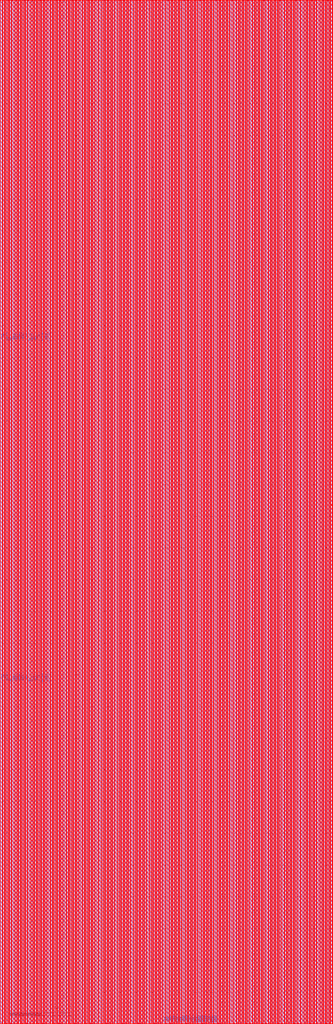
<source format=lef>
# Generated by FakeRAM 2.0
VERSION 5.7 ;
BUSBITCHARS "[]" ;
PROPERTYDEFINITIONS
  MACRO width INTEGER ;
  MACRO depth INTEGER ;
  MACRO banks INTEGER ;
END PROPERTYDEFINITIONS
MACRO fakeram_32x1024_2r1w
  PROPERTY width 32 ;
  PROPERTY depth 1024 ;
  PROPERTY banks 1 ;
  FOREIGN fakeram_32x1024_2r1w 0 0 ;
  SYMMETRY X Y R90 ;
  SIZE 210.280 BY 645.470 ;
  CLASS BLOCK ;
  PIN r0_addr_in[0]
    DIRECTION INPUT ;
    USE SIGNAL ;
    SHAPE ABUTMENT ;
    PORT
      LAYER metal3 ;
      RECT 0.000 214.200 0.070 214.270 ;
    END
  END r0_addr_in[0]
  PIN r0_addr_in[1]
    DIRECTION INPUT ;
    USE SIGNAL ;
    SHAPE ABUTMENT ;
    PORT
      LAYER metal3 ;
      RECT 0.000 214.340 0.070 214.410 ;
    END
  END r0_addr_in[1]
  PIN r0_addr_in[2]
    DIRECTION INPUT ;
    USE SIGNAL ;
    SHAPE ABUTMENT ;
    PORT
      LAYER metal3 ;
      RECT 0.000 214.480 0.070 214.550 ;
    END
  END r0_addr_in[2]
  PIN r0_addr_in[3]
    DIRECTION INPUT ;
    USE SIGNAL ;
    SHAPE ABUTMENT ;
    PORT
      LAYER metal3 ;
      RECT 0.000 214.620 0.070 214.690 ;
    END
  END r0_addr_in[3]
  PIN r0_addr_in[4]
    DIRECTION INPUT ;
    USE SIGNAL ;
    SHAPE ABUTMENT ;
    PORT
      LAYER metal3 ;
      RECT 0.000 214.760 0.070 214.830 ;
    END
  END r0_addr_in[4]
  PIN r0_addr_in[5]
    DIRECTION INPUT ;
    USE SIGNAL ;
    SHAPE ABUTMENT ;
    PORT
      LAYER metal3 ;
      RECT 0.000 214.900 0.070 214.970 ;
    END
  END r0_addr_in[5]
  PIN r0_addr_in[6]
    DIRECTION INPUT ;
    USE SIGNAL ;
    SHAPE ABUTMENT ;
    PORT
      LAYER metal3 ;
      RECT 0.000 215.040 0.070 215.110 ;
    END
  END r0_addr_in[6]
  PIN r0_addr_in[7]
    DIRECTION INPUT ;
    USE SIGNAL ;
    SHAPE ABUTMENT ;
    PORT
      LAYER metal3 ;
      RECT 0.000 215.180 0.070 215.250 ;
    END
  END r0_addr_in[7]
  PIN r0_addr_in[8]
    DIRECTION INPUT ;
    USE SIGNAL ;
    SHAPE ABUTMENT ;
    PORT
      LAYER metal3 ;
      RECT 0.000 215.320 0.070 215.390 ;
    END
  END r0_addr_in[8]
  PIN r0_addr_in[9]
    DIRECTION INPUT ;
    USE SIGNAL ;
    SHAPE ABUTMENT ;
    PORT
      LAYER metal3 ;
      RECT 0.000 215.460 0.070 215.530 ;
    END
  END r0_addr_in[9]
  PIN r0_ce_in
    DIRECTION INPUT ;
    USE SIGNAL ;
    SHAPE ABUTMENT ;
    PORT
      LAYER metal3 ;
      RECT 0.000 215.740 0.070 215.810 ;
    END
  END r0_ce_in
  PIN r0_clk
    DIRECTION INPUT ;
    USE SIGNAL ;
    SHAPE ABUTMENT ;
    PORT
      LAYER metal3 ;
      RECT 0.000 215.880 0.070 215.950 ;
    END
  END r0_clk
  PIN r0_rd_out[0]
    DIRECTION OUTPUT ;
    USE SIGNAL ;
    SHAPE ABUTMENT ;
    PORT
      LAYER metal3 ;
      RECT 67.725 645.400 67.795 645.470 ;
    END
  END r0_rd_out[0]
  PIN r0_rd_out[1]
    DIRECTION OUTPUT ;
    USE SIGNAL ;
    SHAPE ABUTMENT ;
    PORT
      LAYER metal3 ;
      RECT 67.865 645.400 67.935 645.470 ;
    END
  END r0_rd_out[1]
  PIN r0_rd_out[2]
    DIRECTION OUTPUT ;
    USE SIGNAL ;
    SHAPE ABUTMENT ;
    PORT
      LAYER metal3 ;
      RECT 68.005 645.400 68.075 645.470 ;
    END
  END r0_rd_out[2]
  PIN r0_rd_out[3]
    DIRECTION OUTPUT ;
    USE SIGNAL ;
    SHAPE ABUTMENT ;
    PORT
      LAYER metal3 ;
      RECT 68.145 645.400 68.215 645.470 ;
    END
  END r0_rd_out[3]
  PIN r0_rd_out[4]
    DIRECTION OUTPUT ;
    USE SIGNAL ;
    SHAPE ABUTMENT ;
    PORT
      LAYER metal3 ;
      RECT 68.285 645.400 68.355 645.470 ;
    END
  END r0_rd_out[4]
  PIN r0_rd_out[5]
    DIRECTION OUTPUT ;
    USE SIGNAL ;
    SHAPE ABUTMENT ;
    PORT
      LAYER metal3 ;
      RECT 68.425 645.400 68.495 645.470 ;
    END
  END r0_rd_out[5]
  PIN r0_rd_out[6]
    DIRECTION OUTPUT ;
    USE SIGNAL ;
    SHAPE ABUTMENT ;
    PORT
      LAYER metal3 ;
      RECT 68.565 645.400 68.635 645.470 ;
    END
  END r0_rd_out[6]
  PIN r0_rd_out[7]
    DIRECTION OUTPUT ;
    USE SIGNAL ;
    SHAPE ABUTMENT ;
    PORT
      LAYER metal3 ;
      RECT 68.705 645.400 68.775 645.470 ;
    END
  END r0_rd_out[7]
  PIN r0_rd_out[8]
    DIRECTION OUTPUT ;
    USE SIGNAL ;
    SHAPE ABUTMENT ;
    PORT
      LAYER metal3 ;
      RECT 68.845 645.400 68.915 645.470 ;
    END
  END r0_rd_out[8]
  PIN r0_rd_out[9]
    DIRECTION OUTPUT ;
    USE SIGNAL ;
    SHAPE ABUTMENT ;
    PORT
      LAYER metal3 ;
      RECT 68.985 645.400 69.055 645.470 ;
    END
  END r0_rd_out[9]
  PIN r0_rd_out[10]
    DIRECTION OUTPUT ;
    USE SIGNAL ;
    SHAPE ABUTMENT ;
    PORT
      LAYER metal3 ;
      RECT 69.125 645.400 69.195 645.470 ;
    END
  END r0_rd_out[10]
  PIN r0_rd_out[11]
    DIRECTION OUTPUT ;
    USE SIGNAL ;
    SHAPE ABUTMENT ;
    PORT
      LAYER metal3 ;
      RECT 69.265 645.400 69.335 645.470 ;
    END
  END r0_rd_out[11]
  PIN r0_rd_out[12]
    DIRECTION OUTPUT ;
    USE SIGNAL ;
    SHAPE ABUTMENT ;
    PORT
      LAYER metal3 ;
      RECT 69.405 645.400 69.475 645.470 ;
    END
  END r0_rd_out[12]
  PIN r0_rd_out[13]
    DIRECTION OUTPUT ;
    USE SIGNAL ;
    SHAPE ABUTMENT ;
    PORT
      LAYER metal3 ;
      RECT 69.545 645.400 69.615 645.470 ;
    END
  END r0_rd_out[13]
  PIN r0_rd_out[14]
    DIRECTION OUTPUT ;
    USE SIGNAL ;
    SHAPE ABUTMENT ;
    PORT
      LAYER metal3 ;
      RECT 69.685 645.400 69.755 645.470 ;
    END
  END r0_rd_out[14]
  PIN r0_rd_out[15]
    DIRECTION OUTPUT ;
    USE SIGNAL ;
    SHAPE ABUTMENT ;
    PORT
      LAYER metal3 ;
      RECT 69.825 645.400 69.895 645.470 ;
    END
  END r0_rd_out[15]
  PIN r0_rd_out[16]
    DIRECTION OUTPUT ;
    USE SIGNAL ;
    SHAPE ABUTMENT ;
    PORT
      LAYER metal3 ;
      RECT 69.965 645.400 70.035 645.470 ;
    END
  END r0_rd_out[16]
  PIN r0_rd_out[17]
    DIRECTION OUTPUT ;
    USE SIGNAL ;
    SHAPE ABUTMENT ;
    PORT
      LAYER metal3 ;
      RECT 70.105 645.400 70.175 645.470 ;
    END
  END r0_rd_out[17]
  PIN r0_rd_out[18]
    DIRECTION OUTPUT ;
    USE SIGNAL ;
    SHAPE ABUTMENT ;
    PORT
      LAYER metal3 ;
      RECT 70.245 645.400 70.315 645.470 ;
    END
  END r0_rd_out[18]
  PIN r0_rd_out[19]
    DIRECTION OUTPUT ;
    USE SIGNAL ;
    SHAPE ABUTMENT ;
    PORT
      LAYER metal3 ;
      RECT 70.385 645.400 70.455 645.470 ;
    END
  END r0_rd_out[19]
  PIN r0_rd_out[20]
    DIRECTION OUTPUT ;
    USE SIGNAL ;
    SHAPE ABUTMENT ;
    PORT
      LAYER metal3 ;
      RECT 70.525 645.400 70.595 645.470 ;
    END
  END r0_rd_out[20]
  PIN r0_rd_out[21]
    DIRECTION OUTPUT ;
    USE SIGNAL ;
    SHAPE ABUTMENT ;
    PORT
      LAYER metal3 ;
      RECT 70.665 645.400 70.735 645.470 ;
    END
  END r0_rd_out[21]
  PIN r0_rd_out[22]
    DIRECTION OUTPUT ;
    USE SIGNAL ;
    SHAPE ABUTMENT ;
    PORT
      LAYER metal3 ;
      RECT 70.805 645.400 70.875 645.470 ;
    END
  END r0_rd_out[22]
  PIN r0_rd_out[23]
    DIRECTION OUTPUT ;
    USE SIGNAL ;
    SHAPE ABUTMENT ;
    PORT
      LAYER metal3 ;
      RECT 70.945 645.400 71.015 645.470 ;
    END
  END r0_rd_out[23]
  PIN r0_rd_out[24]
    DIRECTION OUTPUT ;
    USE SIGNAL ;
    SHAPE ABUTMENT ;
    PORT
      LAYER metal3 ;
      RECT 71.085 645.400 71.155 645.470 ;
    END
  END r0_rd_out[24]
  PIN r0_rd_out[25]
    DIRECTION OUTPUT ;
    USE SIGNAL ;
    SHAPE ABUTMENT ;
    PORT
      LAYER metal3 ;
      RECT 71.225 645.400 71.295 645.470 ;
    END
  END r0_rd_out[25]
  PIN r0_rd_out[26]
    DIRECTION OUTPUT ;
    USE SIGNAL ;
    SHAPE ABUTMENT ;
    PORT
      LAYER metal3 ;
      RECT 71.365 645.400 71.435 645.470 ;
    END
  END r0_rd_out[26]
  PIN r0_rd_out[27]
    DIRECTION OUTPUT ;
    USE SIGNAL ;
    SHAPE ABUTMENT ;
    PORT
      LAYER metal3 ;
      RECT 71.505 645.400 71.575 645.470 ;
    END
  END r0_rd_out[27]
  PIN r0_rd_out[28]
    DIRECTION OUTPUT ;
    USE SIGNAL ;
    SHAPE ABUTMENT ;
    PORT
      LAYER metal3 ;
      RECT 71.645 645.400 71.715 645.470 ;
    END
  END r0_rd_out[28]
  PIN r0_rd_out[29]
    DIRECTION OUTPUT ;
    USE SIGNAL ;
    SHAPE ABUTMENT ;
    PORT
      LAYER metal3 ;
      RECT 71.785 645.400 71.855 645.470 ;
    END
  END r0_rd_out[29]
  PIN r0_rd_out[30]
    DIRECTION OUTPUT ;
    USE SIGNAL ;
    SHAPE ABUTMENT ;
    PORT
      LAYER metal3 ;
      RECT 71.925 645.400 71.995 645.470 ;
    END
  END r0_rd_out[30]
  PIN r0_rd_out[31]
    DIRECTION OUTPUT ;
    USE SIGNAL ;
    SHAPE ABUTMENT ;
    PORT
      LAYER metal3 ;
      RECT 72.065 645.400 72.135 645.470 ;
    END
  END r0_rd_out[31]
  PIN r1_addr_in[0]
    DIRECTION INPUT ;
    USE SIGNAL ;
    SHAPE ABUTMENT ;
    PORT
      LAYER metal3 ;
      RECT 0.000 429.240 0.070 429.310 ;
    END
  END r1_addr_in[0]
  PIN r1_addr_in[1]
    DIRECTION INPUT ;
    USE SIGNAL ;
    SHAPE ABUTMENT ;
    PORT
      LAYER metal3 ;
      RECT 0.000 429.380 0.070 429.450 ;
    END
  END r1_addr_in[1]
  PIN r1_addr_in[2]
    DIRECTION INPUT ;
    USE SIGNAL ;
    SHAPE ABUTMENT ;
    PORT
      LAYER metal3 ;
      RECT 0.000 429.520 0.070 429.590 ;
    END
  END r1_addr_in[2]
  PIN r1_addr_in[3]
    DIRECTION INPUT ;
    USE SIGNAL ;
    SHAPE ABUTMENT ;
    PORT
      LAYER metal3 ;
      RECT 0.000 429.660 0.070 429.730 ;
    END
  END r1_addr_in[3]
  PIN r1_addr_in[4]
    DIRECTION INPUT ;
    USE SIGNAL ;
    SHAPE ABUTMENT ;
    PORT
      LAYER metal3 ;
      RECT 0.000 429.800 0.070 429.870 ;
    END
  END r1_addr_in[4]
  PIN r1_addr_in[5]
    DIRECTION INPUT ;
    USE SIGNAL ;
    SHAPE ABUTMENT ;
    PORT
      LAYER metal3 ;
      RECT 0.000 429.940 0.070 430.010 ;
    END
  END r1_addr_in[5]
  PIN r1_addr_in[6]
    DIRECTION INPUT ;
    USE SIGNAL ;
    SHAPE ABUTMENT ;
    PORT
      LAYER metal3 ;
      RECT 0.000 430.080 0.070 430.150 ;
    END
  END r1_addr_in[6]
  PIN r1_addr_in[7]
    DIRECTION INPUT ;
    USE SIGNAL ;
    SHAPE ABUTMENT ;
    PORT
      LAYER metal3 ;
      RECT 0.000 430.220 0.070 430.290 ;
    END
  END r1_addr_in[7]
  PIN r1_addr_in[8]
    DIRECTION INPUT ;
    USE SIGNAL ;
    SHAPE ABUTMENT ;
    PORT
      LAYER metal3 ;
      RECT 0.000 430.360 0.070 430.430 ;
    END
  END r1_addr_in[8]
  PIN r1_addr_in[9]
    DIRECTION INPUT ;
    USE SIGNAL ;
    SHAPE ABUTMENT ;
    PORT
      LAYER metal3 ;
      RECT 0.000 430.500 0.070 430.570 ;
    END
  END r1_addr_in[9]
  PIN r1_ce_in
    DIRECTION INPUT ;
    USE SIGNAL ;
    SHAPE ABUTMENT ;
    PORT
      LAYER metal3 ;
      RECT 0.000 430.780 0.070 430.850 ;
    END
  END r1_ce_in
  PIN r1_clk
    DIRECTION INPUT ;
    USE SIGNAL ;
    SHAPE ABUTMENT ;
    PORT
      LAYER metal3 ;
      RECT 0.000 430.920 0.070 430.990 ;
    END
  END r1_clk
  PIN r1_rd_out[0]
    DIRECTION OUTPUT ;
    USE SIGNAL ;
    SHAPE ABUTMENT ;
    PORT
      LAYER metal3 ;
      RECT 137.725 645.400 137.795 645.470 ;
    END
  END r1_rd_out[0]
  PIN r1_rd_out[1]
    DIRECTION OUTPUT ;
    USE SIGNAL ;
    SHAPE ABUTMENT ;
    PORT
      LAYER metal3 ;
      RECT 137.865 645.400 137.935 645.470 ;
    END
  END r1_rd_out[1]
  PIN r1_rd_out[2]
    DIRECTION OUTPUT ;
    USE SIGNAL ;
    SHAPE ABUTMENT ;
    PORT
      LAYER metal3 ;
      RECT 138.005 645.400 138.075 645.470 ;
    END
  END r1_rd_out[2]
  PIN r1_rd_out[3]
    DIRECTION OUTPUT ;
    USE SIGNAL ;
    SHAPE ABUTMENT ;
    PORT
      LAYER metal3 ;
      RECT 138.145 645.400 138.215 645.470 ;
    END
  END r1_rd_out[3]
  PIN r1_rd_out[4]
    DIRECTION OUTPUT ;
    USE SIGNAL ;
    SHAPE ABUTMENT ;
    PORT
      LAYER metal3 ;
      RECT 138.285 645.400 138.355 645.470 ;
    END
  END r1_rd_out[4]
  PIN r1_rd_out[5]
    DIRECTION OUTPUT ;
    USE SIGNAL ;
    SHAPE ABUTMENT ;
    PORT
      LAYER metal3 ;
      RECT 138.425 645.400 138.495 645.470 ;
    END
  END r1_rd_out[5]
  PIN r1_rd_out[6]
    DIRECTION OUTPUT ;
    USE SIGNAL ;
    SHAPE ABUTMENT ;
    PORT
      LAYER metal3 ;
      RECT 138.565 645.400 138.635 645.470 ;
    END
  END r1_rd_out[6]
  PIN r1_rd_out[7]
    DIRECTION OUTPUT ;
    USE SIGNAL ;
    SHAPE ABUTMENT ;
    PORT
      LAYER metal3 ;
      RECT 138.705 645.400 138.775 645.470 ;
    END
  END r1_rd_out[7]
  PIN r1_rd_out[8]
    DIRECTION OUTPUT ;
    USE SIGNAL ;
    SHAPE ABUTMENT ;
    PORT
      LAYER metal3 ;
      RECT 138.845 645.400 138.915 645.470 ;
    END
  END r1_rd_out[8]
  PIN r1_rd_out[9]
    DIRECTION OUTPUT ;
    USE SIGNAL ;
    SHAPE ABUTMENT ;
    PORT
      LAYER metal3 ;
      RECT 138.985 645.400 139.055 645.470 ;
    END
  END r1_rd_out[9]
  PIN r1_rd_out[10]
    DIRECTION OUTPUT ;
    USE SIGNAL ;
    SHAPE ABUTMENT ;
    PORT
      LAYER metal3 ;
      RECT 139.125 645.400 139.195 645.470 ;
    END
  END r1_rd_out[10]
  PIN r1_rd_out[11]
    DIRECTION OUTPUT ;
    USE SIGNAL ;
    SHAPE ABUTMENT ;
    PORT
      LAYER metal3 ;
      RECT 139.265 645.400 139.335 645.470 ;
    END
  END r1_rd_out[11]
  PIN r1_rd_out[12]
    DIRECTION OUTPUT ;
    USE SIGNAL ;
    SHAPE ABUTMENT ;
    PORT
      LAYER metal3 ;
      RECT 139.405 645.400 139.475 645.470 ;
    END
  END r1_rd_out[12]
  PIN r1_rd_out[13]
    DIRECTION OUTPUT ;
    USE SIGNAL ;
    SHAPE ABUTMENT ;
    PORT
      LAYER metal3 ;
      RECT 139.545 645.400 139.615 645.470 ;
    END
  END r1_rd_out[13]
  PIN r1_rd_out[14]
    DIRECTION OUTPUT ;
    USE SIGNAL ;
    SHAPE ABUTMENT ;
    PORT
      LAYER metal3 ;
      RECT 139.685 645.400 139.755 645.470 ;
    END
  END r1_rd_out[14]
  PIN r1_rd_out[15]
    DIRECTION OUTPUT ;
    USE SIGNAL ;
    SHAPE ABUTMENT ;
    PORT
      LAYER metal3 ;
      RECT 139.825 645.400 139.895 645.470 ;
    END
  END r1_rd_out[15]
  PIN r1_rd_out[16]
    DIRECTION OUTPUT ;
    USE SIGNAL ;
    SHAPE ABUTMENT ;
    PORT
      LAYER metal3 ;
      RECT 139.965 645.400 140.035 645.470 ;
    END
  END r1_rd_out[16]
  PIN r1_rd_out[17]
    DIRECTION OUTPUT ;
    USE SIGNAL ;
    SHAPE ABUTMENT ;
    PORT
      LAYER metal3 ;
      RECT 140.105 645.400 140.175 645.470 ;
    END
  END r1_rd_out[17]
  PIN r1_rd_out[18]
    DIRECTION OUTPUT ;
    USE SIGNAL ;
    SHAPE ABUTMENT ;
    PORT
      LAYER metal3 ;
      RECT 140.245 645.400 140.315 645.470 ;
    END
  END r1_rd_out[18]
  PIN r1_rd_out[19]
    DIRECTION OUTPUT ;
    USE SIGNAL ;
    SHAPE ABUTMENT ;
    PORT
      LAYER metal3 ;
      RECT 140.385 645.400 140.455 645.470 ;
    END
  END r1_rd_out[19]
  PIN r1_rd_out[20]
    DIRECTION OUTPUT ;
    USE SIGNAL ;
    SHAPE ABUTMENT ;
    PORT
      LAYER metal3 ;
      RECT 140.525 645.400 140.595 645.470 ;
    END
  END r1_rd_out[20]
  PIN r1_rd_out[21]
    DIRECTION OUTPUT ;
    USE SIGNAL ;
    SHAPE ABUTMENT ;
    PORT
      LAYER metal3 ;
      RECT 140.665 645.400 140.735 645.470 ;
    END
  END r1_rd_out[21]
  PIN r1_rd_out[22]
    DIRECTION OUTPUT ;
    USE SIGNAL ;
    SHAPE ABUTMENT ;
    PORT
      LAYER metal3 ;
      RECT 140.805 645.400 140.875 645.470 ;
    END
  END r1_rd_out[22]
  PIN r1_rd_out[23]
    DIRECTION OUTPUT ;
    USE SIGNAL ;
    SHAPE ABUTMENT ;
    PORT
      LAYER metal3 ;
      RECT 140.945 645.400 141.015 645.470 ;
    END
  END r1_rd_out[23]
  PIN r1_rd_out[24]
    DIRECTION OUTPUT ;
    USE SIGNAL ;
    SHAPE ABUTMENT ;
    PORT
      LAYER metal3 ;
      RECT 141.085 645.400 141.155 645.470 ;
    END
  END r1_rd_out[24]
  PIN r1_rd_out[25]
    DIRECTION OUTPUT ;
    USE SIGNAL ;
    SHAPE ABUTMENT ;
    PORT
      LAYER metal3 ;
      RECT 141.225 645.400 141.295 645.470 ;
    END
  END r1_rd_out[25]
  PIN r1_rd_out[26]
    DIRECTION OUTPUT ;
    USE SIGNAL ;
    SHAPE ABUTMENT ;
    PORT
      LAYER metal3 ;
      RECT 141.365 645.400 141.435 645.470 ;
    END
  END r1_rd_out[26]
  PIN r1_rd_out[27]
    DIRECTION OUTPUT ;
    USE SIGNAL ;
    SHAPE ABUTMENT ;
    PORT
      LAYER metal3 ;
      RECT 141.505 645.400 141.575 645.470 ;
    END
  END r1_rd_out[27]
  PIN r1_rd_out[28]
    DIRECTION OUTPUT ;
    USE SIGNAL ;
    SHAPE ABUTMENT ;
    PORT
      LAYER metal3 ;
      RECT 141.645 645.400 141.715 645.470 ;
    END
  END r1_rd_out[28]
  PIN r1_rd_out[29]
    DIRECTION OUTPUT ;
    USE SIGNAL ;
    SHAPE ABUTMENT ;
    PORT
      LAYER metal3 ;
      RECT 141.785 645.400 141.855 645.470 ;
    END
  END r1_rd_out[29]
  PIN r1_rd_out[30]
    DIRECTION OUTPUT ;
    USE SIGNAL ;
    SHAPE ABUTMENT ;
    PORT
      LAYER metal3 ;
      RECT 141.925 645.400 141.995 645.470 ;
    END
  END r1_rd_out[30]
  PIN r1_rd_out[31]
    DIRECTION OUTPUT ;
    USE SIGNAL ;
    SHAPE ABUTMENT ;
    PORT
      LAYER metal3 ;
      RECT 142.065 645.400 142.135 645.470 ;
    END
  END r1_rd_out[31]
  PIN w0_addr_in[0]
    DIRECTION INPUT ;
    USE SIGNAL ;
    SHAPE ABUTMENT ;
    PORT
      LAYER metal3 ;
      RECT 210.210 321.720 210.280 321.790 ;
    END
  END w0_addr_in[0]
  PIN w0_addr_in[1]
    DIRECTION INPUT ;
    USE SIGNAL ;
    SHAPE ABUTMENT ;
    PORT
      LAYER metal3 ;
      RECT 210.210 321.860 210.280 321.930 ;
    END
  END w0_addr_in[1]
  PIN w0_addr_in[2]
    DIRECTION INPUT ;
    USE SIGNAL ;
    SHAPE ABUTMENT ;
    PORT
      LAYER metal3 ;
      RECT 210.210 322.000 210.280 322.070 ;
    END
  END w0_addr_in[2]
  PIN w0_addr_in[3]
    DIRECTION INPUT ;
    USE SIGNAL ;
    SHAPE ABUTMENT ;
    PORT
      LAYER metal3 ;
      RECT 210.210 322.140 210.280 322.210 ;
    END
  END w0_addr_in[3]
  PIN w0_addr_in[4]
    DIRECTION INPUT ;
    USE SIGNAL ;
    SHAPE ABUTMENT ;
    PORT
      LAYER metal3 ;
      RECT 210.210 322.280 210.280 322.350 ;
    END
  END w0_addr_in[4]
  PIN w0_addr_in[5]
    DIRECTION INPUT ;
    USE SIGNAL ;
    SHAPE ABUTMENT ;
    PORT
      LAYER metal3 ;
      RECT 210.210 322.420 210.280 322.490 ;
    END
  END w0_addr_in[5]
  PIN w0_addr_in[6]
    DIRECTION INPUT ;
    USE SIGNAL ;
    SHAPE ABUTMENT ;
    PORT
      LAYER metal3 ;
      RECT 210.210 322.560 210.280 322.630 ;
    END
  END w0_addr_in[6]
  PIN w0_addr_in[7]
    DIRECTION INPUT ;
    USE SIGNAL ;
    SHAPE ABUTMENT ;
    PORT
      LAYER metal3 ;
      RECT 210.210 322.700 210.280 322.770 ;
    END
  END w0_addr_in[7]
  PIN w0_addr_in[8]
    DIRECTION INPUT ;
    USE SIGNAL ;
    SHAPE ABUTMENT ;
    PORT
      LAYER metal3 ;
      RECT 210.210 322.840 210.280 322.910 ;
    END
  END w0_addr_in[8]
  PIN w0_addr_in[9]
    DIRECTION INPUT ;
    USE SIGNAL ;
    SHAPE ABUTMENT ;
    PORT
      LAYER metal3 ;
      RECT 210.210 322.980 210.280 323.050 ;
    END
  END w0_addr_in[9]
  PIN w0_we_in
    DIRECTION INPUT ;
    USE SIGNAL ;
    SHAPE ABUTMENT ;
    PORT
      LAYER metal3 ;
      RECT 210.210 323.260 210.280 323.330 ;
    END
  END w0_we_in
  PIN w0_ce_in
    DIRECTION INPUT ;
    USE SIGNAL ;
    SHAPE ABUTMENT ;
    PORT
      LAYER metal3 ;
      RECT 210.210 323.400 210.280 323.470 ;
    END
  END w0_ce_in
  PIN w0_clk
    DIRECTION INPUT ;
    USE SIGNAL ;
    SHAPE ABUTMENT ;
    PORT
      LAYER metal3 ;
      RECT 210.210 323.540 210.280 323.610 ;
    END
  END w0_clk
  PIN w0_wd_in[0]
    DIRECTION INPUT ;
    USE SIGNAL ;
    SHAPE ABUTMENT ;
    PORT
      LAYER metal3 ;
      RECT 102.725 0.000 102.795 0.070 ;
    END
  END w0_wd_in[0]
  PIN w0_wd_in[1]
    DIRECTION INPUT ;
    USE SIGNAL ;
    SHAPE ABUTMENT ;
    PORT
      LAYER metal3 ;
      RECT 102.865 0.000 102.935 0.070 ;
    END
  END w0_wd_in[1]
  PIN w0_wd_in[2]
    DIRECTION INPUT ;
    USE SIGNAL ;
    SHAPE ABUTMENT ;
    PORT
      LAYER metal3 ;
      RECT 103.005 0.000 103.075 0.070 ;
    END
  END w0_wd_in[2]
  PIN w0_wd_in[3]
    DIRECTION INPUT ;
    USE SIGNAL ;
    SHAPE ABUTMENT ;
    PORT
      LAYER metal3 ;
      RECT 103.145 0.000 103.215 0.070 ;
    END
  END w0_wd_in[3]
  PIN w0_wd_in[4]
    DIRECTION INPUT ;
    USE SIGNAL ;
    SHAPE ABUTMENT ;
    PORT
      LAYER metal3 ;
      RECT 103.285 0.000 103.355 0.070 ;
    END
  END w0_wd_in[4]
  PIN w0_wd_in[5]
    DIRECTION INPUT ;
    USE SIGNAL ;
    SHAPE ABUTMENT ;
    PORT
      LAYER metal3 ;
      RECT 103.425 0.000 103.495 0.070 ;
    END
  END w0_wd_in[5]
  PIN w0_wd_in[6]
    DIRECTION INPUT ;
    USE SIGNAL ;
    SHAPE ABUTMENT ;
    PORT
      LAYER metal3 ;
      RECT 103.565 0.000 103.635 0.070 ;
    END
  END w0_wd_in[6]
  PIN w0_wd_in[7]
    DIRECTION INPUT ;
    USE SIGNAL ;
    SHAPE ABUTMENT ;
    PORT
      LAYER metal3 ;
      RECT 103.705 0.000 103.775 0.070 ;
    END
  END w0_wd_in[7]
  PIN w0_wd_in[8]
    DIRECTION INPUT ;
    USE SIGNAL ;
    SHAPE ABUTMENT ;
    PORT
      LAYER metal3 ;
      RECT 103.845 0.000 103.915 0.070 ;
    END
  END w0_wd_in[8]
  PIN w0_wd_in[9]
    DIRECTION INPUT ;
    USE SIGNAL ;
    SHAPE ABUTMENT ;
    PORT
      LAYER metal3 ;
      RECT 103.985 0.000 104.055 0.070 ;
    END
  END w0_wd_in[9]
  PIN w0_wd_in[10]
    DIRECTION INPUT ;
    USE SIGNAL ;
    SHAPE ABUTMENT ;
    PORT
      LAYER metal3 ;
      RECT 104.125 0.000 104.195 0.070 ;
    END
  END w0_wd_in[10]
  PIN w0_wd_in[11]
    DIRECTION INPUT ;
    USE SIGNAL ;
    SHAPE ABUTMENT ;
    PORT
      LAYER metal3 ;
      RECT 104.265 0.000 104.335 0.070 ;
    END
  END w0_wd_in[11]
  PIN w0_wd_in[12]
    DIRECTION INPUT ;
    USE SIGNAL ;
    SHAPE ABUTMENT ;
    PORT
      LAYER metal3 ;
      RECT 104.405 0.000 104.475 0.070 ;
    END
  END w0_wd_in[12]
  PIN w0_wd_in[13]
    DIRECTION INPUT ;
    USE SIGNAL ;
    SHAPE ABUTMENT ;
    PORT
      LAYER metal3 ;
      RECT 104.545 0.000 104.615 0.070 ;
    END
  END w0_wd_in[13]
  PIN w0_wd_in[14]
    DIRECTION INPUT ;
    USE SIGNAL ;
    SHAPE ABUTMENT ;
    PORT
      LAYER metal3 ;
      RECT 104.685 0.000 104.755 0.070 ;
    END
  END w0_wd_in[14]
  PIN w0_wd_in[15]
    DIRECTION INPUT ;
    USE SIGNAL ;
    SHAPE ABUTMENT ;
    PORT
      LAYER metal3 ;
      RECT 104.825 0.000 104.895 0.070 ;
    END
  END w0_wd_in[15]
  PIN w0_wd_in[16]
    DIRECTION INPUT ;
    USE SIGNAL ;
    SHAPE ABUTMENT ;
    PORT
      LAYER metal3 ;
      RECT 104.965 0.000 105.035 0.070 ;
    END
  END w0_wd_in[16]
  PIN w0_wd_in[17]
    DIRECTION INPUT ;
    USE SIGNAL ;
    SHAPE ABUTMENT ;
    PORT
      LAYER metal3 ;
      RECT 105.105 0.000 105.175 0.070 ;
    END
  END w0_wd_in[17]
  PIN w0_wd_in[18]
    DIRECTION INPUT ;
    USE SIGNAL ;
    SHAPE ABUTMENT ;
    PORT
      LAYER metal3 ;
      RECT 105.245 0.000 105.315 0.070 ;
    END
  END w0_wd_in[18]
  PIN w0_wd_in[19]
    DIRECTION INPUT ;
    USE SIGNAL ;
    SHAPE ABUTMENT ;
    PORT
      LAYER metal3 ;
      RECT 105.385 0.000 105.455 0.070 ;
    END
  END w0_wd_in[19]
  PIN w0_wd_in[20]
    DIRECTION INPUT ;
    USE SIGNAL ;
    SHAPE ABUTMENT ;
    PORT
      LAYER metal3 ;
      RECT 105.525 0.000 105.595 0.070 ;
    END
  END w0_wd_in[20]
  PIN w0_wd_in[21]
    DIRECTION INPUT ;
    USE SIGNAL ;
    SHAPE ABUTMENT ;
    PORT
      LAYER metal3 ;
      RECT 105.665 0.000 105.735 0.070 ;
    END
  END w0_wd_in[21]
  PIN w0_wd_in[22]
    DIRECTION INPUT ;
    USE SIGNAL ;
    SHAPE ABUTMENT ;
    PORT
      LAYER metal3 ;
      RECT 105.805 0.000 105.875 0.070 ;
    END
  END w0_wd_in[22]
  PIN w0_wd_in[23]
    DIRECTION INPUT ;
    USE SIGNAL ;
    SHAPE ABUTMENT ;
    PORT
      LAYER metal3 ;
      RECT 105.945 0.000 106.015 0.070 ;
    END
  END w0_wd_in[23]
  PIN w0_wd_in[24]
    DIRECTION INPUT ;
    USE SIGNAL ;
    SHAPE ABUTMENT ;
    PORT
      LAYER metal3 ;
      RECT 106.085 0.000 106.155 0.070 ;
    END
  END w0_wd_in[24]
  PIN w0_wd_in[25]
    DIRECTION INPUT ;
    USE SIGNAL ;
    SHAPE ABUTMENT ;
    PORT
      LAYER metal3 ;
      RECT 106.225 0.000 106.295 0.070 ;
    END
  END w0_wd_in[25]
  PIN w0_wd_in[26]
    DIRECTION INPUT ;
    USE SIGNAL ;
    SHAPE ABUTMENT ;
    PORT
      LAYER metal3 ;
      RECT 106.365 0.000 106.435 0.070 ;
    END
  END w0_wd_in[26]
  PIN w0_wd_in[27]
    DIRECTION INPUT ;
    USE SIGNAL ;
    SHAPE ABUTMENT ;
    PORT
      LAYER metal3 ;
      RECT 106.505 0.000 106.575 0.070 ;
    END
  END w0_wd_in[27]
  PIN w0_wd_in[28]
    DIRECTION INPUT ;
    USE SIGNAL ;
    SHAPE ABUTMENT ;
    PORT
      LAYER metal3 ;
      RECT 106.645 0.000 106.715 0.070 ;
    END
  END w0_wd_in[28]
  PIN w0_wd_in[29]
    DIRECTION INPUT ;
    USE SIGNAL ;
    SHAPE ABUTMENT ;
    PORT
      LAYER metal3 ;
      RECT 106.785 0.000 106.855 0.070 ;
    END
  END w0_wd_in[29]
  PIN w0_wd_in[30]
    DIRECTION INPUT ;
    USE SIGNAL ;
    SHAPE ABUTMENT ;
    PORT
      LAYER metal3 ;
      RECT 106.925 0.000 106.995 0.070 ;
    END
  END w0_wd_in[30]
  PIN w0_wd_in[31]
    DIRECTION INPUT ;
    USE SIGNAL ;
    SHAPE ABUTMENT ;
    PORT
      LAYER metal3 ;
      RECT 107.065 0.000 107.135 0.070 ;
    END
  END w0_wd_in[31]
  PIN VSS
    DIRECTION INOUT ;
    USE GROUND ;
    PORT
      LAYER metal4 ;
      RECT 2.450 0.140 2.730 645.330 ;
      RECT 4.690 0.140 4.970 645.330 ;
      RECT 6.930 0.140 7.210 645.330 ;
      RECT 9.170 0.140 9.450 645.330 ;
      RECT 11.410 0.140 11.690 645.330 ;
      RECT 13.650 0.140 13.930 645.330 ;
      RECT 15.890 0.140 16.170 645.330 ;
      RECT 18.130 0.140 18.410 645.330 ;
      RECT 20.370 0.140 20.650 645.330 ;
      RECT 22.610 0.140 22.890 645.330 ;
      RECT 24.850 0.140 25.130 645.330 ;
      RECT 27.090 0.140 27.370 645.330 ;
      RECT 29.330 0.140 29.610 645.330 ;
      RECT 31.570 0.140 31.850 645.330 ;
      RECT 33.810 0.140 34.090 645.330 ;
      RECT 36.050 0.140 36.330 645.330 ;
      RECT 38.290 0.140 38.570 645.330 ;
      RECT 40.530 0.140 40.810 645.330 ;
      RECT 42.770 0.140 43.050 645.330 ;
      RECT 45.010 0.140 45.290 645.330 ;
      RECT 47.250 0.140 47.530 645.330 ;
      RECT 49.490 0.140 49.770 645.330 ;
      RECT 51.730 0.140 52.010 645.330 ;
      RECT 53.970 0.140 54.250 645.330 ;
      RECT 56.210 0.140 56.490 645.330 ;
      RECT 58.450 0.140 58.730 645.330 ;
      RECT 60.690 0.140 60.970 645.330 ;
      RECT 62.930 0.140 63.210 645.330 ;
      RECT 65.170 0.140 65.450 645.330 ;
      RECT 67.410 0.140 67.690 645.330 ;
      RECT 69.650 0.140 69.930 645.330 ;
      RECT 71.890 0.140 72.170 645.330 ;
      RECT 74.130 0.140 74.410 645.330 ;
      RECT 76.370 0.140 76.650 645.330 ;
      RECT 78.610 0.140 78.890 645.330 ;
      RECT 80.850 0.140 81.130 645.330 ;
      RECT 83.090 0.140 83.370 645.330 ;
      RECT 85.330 0.140 85.610 645.330 ;
      RECT 87.570 0.140 87.850 645.330 ;
      RECT 89.810 0.140 90.090 645.330 ;
      RECT 92.050 0.140 92.330 645.330 ;
      RECT 94.290 0.140 94.570 645.330 ;
      RECT 96.530 0.140 96.810 645.330 ;
      RECT 98.770 0.140 99.050 645.330 ;
      RECT 101.010 0.140 101.290 645.330 ;
      RECT 103.250 0.140 103.530 645.330 ;
      RECT 105.490 0.140 105.770 645.330 ;
      RECT 107.730 0.140 108.010 645.330 ;
      RECT 109.970 0.140 110.250 645.330 ;
      RECT 112.210 0.140 112.490 645.330 ;
      RECT 114.450 0.140 114.730 645.330 ;
      RECT 116.690 0.140 116.970 645.330 ;
      RECT 118.930 0.140 119.210 645.330 ;
      RECT 121.170 0.140 121.450 645.330 ;
      RECT 123.410 0.140 123.690 645.330 ;
      RECT 125.650 0.140 125.930 645.330 ;
      RECT 127.890 0.140 128.170 645.330 ;
      RECT 130.130 0.140 130.410 645.330 ;
      RECT 132.370 0.140 132.650 645.330 ;
      RECT 134.610 0.140 134.890 645.330 ;
      RECT 136.850 0.140 137.130 645.330 ;
      RECT 139.090 0.140 139.370 645.330 ;
      RECT 141.330 0.140 141.610 645.330 ;
      RECT 143.570 0.140 143.850 645.330 ;
      RECT 145.810 0.140 146.090 645.330 ;
      RECT 148.050 0.140 148.330 645.330 ;
      RECT 150.290 0.140 150.570 645.330 ;
      RECT 152.530 0.140 152.810 645.330 ;
      RECT 154.770 0.140 155.050 645.330 ;
      RECT 157.010 0.140 157.290 645.330 ;
      RECT 159.250 0.140 159.530 645.330 ;
      RECT 161.490 0.140 161.770 645.330 ;
      RECT 163.730 0.140 164.010 645.330 ;
      RECT 165.970 0.140 166.250 645.330 ;
      RECT 168.210 0.140 168.490 645.330 ;
      RECT 170.450 0.140 170.730 645.330 ;
      RECT 172.690 0.140 172.970 645.330 ;
      RECT 174.930 0.140 175.210 645.330 ;
      RECT 177.170 0.140 177.450 645.330 ;
      RECT 179.410 0.140 179.690 645.330 ;
      RECT 181.650 0.140 181.930 645.330 ;
      RECT 183.890 0.140 184.170 645.330 ;
      RECT 186.130 0.140 186.410 645.330 ;
      RECT 188.370 0.140 188.650 645.330 ;
      RECT 190.610 0.140 190.890 645.330 ;
      RECT 192.850 0.140 193.130 645.330 ;
      RECT 195.090 0.140 195.370 645.330 ;
      RECT 197.330 0.140 197.610 645.330 ;
      RECT 199.570 0.140 199.850 645.330 ;
      RECT 201.810 0.140 202.090 645.330 ;
      RECT 204.050 0.140 204.330 645.330 ;
      RECT 206.290 0.140 206.570 645.330 ;
      RECT 208.530 0.140 208.810 645.330 ;
    END
  END VSS
  PIN VDD
    DIRECTION INOUT ;
    USE POWER ;
    PORT
      LAYER metal4 ;
      RECT 1.330 0.140 1.610 645.330 ;
      RECT 3.570 0.140 3.850 645.330 ;
      RECT 5.810 0.140 6.090 645.330 ;
      RECT 8.050 0.140 8.330 645.330 ;
      RECT 10.290 0.140 10.570 645.330 ;
      RECT 12.530 0.140 12.810 645.330 ;
      RECT 14.770 0.140 15.050 645.330 ;
      RECT 17.010 0.140 17.290 645.330 ;
      RECT 19.250 0.140 19.530 645.330 ;
      RECT 21.490 0.140 21.770 645.330 ;
      RECT 23.730 0.140 24.010 645.330 ;
      RECT 25.970 0.140 26.250 645.330 ;
      RECT 28.210 0.140 28.490 645.330 ;
      RECT 30.450 0.140 30.730 645.330 ;
      RECT 32.690 0.140 32.970 645.330 ;
      RECT 34.930 0.140 35.210 645.330 ;
      RECT 37.170 0.140 37.450 645.330 ;
      RECT 39.410 0.140 39.690 645.330 ;
      RECT 41.650 0.140 41.930 645.330 ;
      RECT 43.890 0.140 44.170 645.330 ;
      RECT 46.130 0.140 46.410 645.330 ;
      RECT 48.370 0.140 48.650 645.330 ;
      RECT 50.610 0.140 50.890 645.330 ;
      RECT 52.850 0.140 53.130 645.330 ;
      RECT 55.090 0.140 55.370 645.330 ;
      RECT 57.330 0.140 57.610 645.330 ;
      RECT 59.570 0.140 59.850 645.330 ;
      RECT 61.810 0.140 62.090 645.330 ;
      RECT 64.050 0.140 64.330 645.330 ;
      RECT 66.290 0.140 66.570 645.330 ;
      RECT 68.530 0.140 68.810 645.330 ;
      RECT 70.770 0.140 71.050 645.330 ;
      RECT 73.010 0.140 73.290 645.330 ;
      RECT 75.250 0.140 75.530 645.330 ;
      RECT 77.490 0.140 77.770 645.330 ;
      RECT 79.730 0.140 80.010 645.330 ;
      RECT 81.970 0.140 82.250 645.330 ;
      RECT 84.210 0.140 84.490 645.330 ;
      RECT 86.450 0.140 86.730 645.330 ;
      RECT 88.690 0.140 88.970 645.330 ;
      RECT 90.930 0.140 91.210 645.330 ;
      RECT 93.170 0.140 93.450 645.330 ;
      RECT 95.410 0.140 95.690 645.330 ;
      RECT 97.650 0.140 97.930 645.330 ;
      RECT 99.890 0.140 100.170 645.330 ;
      RECT 102.130 0.140 102.410 645.330 ;
      RECT 104.370 0.140 104.650 645.330 ;
      RECT 106.610 0.140 106.890 645.330 ;
      RECT 108.850 0.140 109.130 645.330 ;
      RECT 111.090 0.140 111.370 645.330 ;
      RECT 113.330 0.140 113.610 645.330 ;
      RECT 115.570 0.140 115.850 645.330 ;
      RECT 117.810 0.140 118.090 645.330 ;
      RECT 120.050 0.140 120.330 645.330 ;
      RECT 122.290 0.140 122.570 645.330 ;
      RECT 124.530 0.140 124.810 645.330 ;
      RECT 126.770 0.140 127.050 645.330 ;
      RECT 129.010 0.140 129.290 645.330 ;
      RECT 131.250 0.140 131.530 645.330 ;
      RECT 133.490 0.140 133.770 645.330 ;
      RECT 135.730 0.140 136.010 645.330 ;
      RECT 137.970 0.140 138.250 645.330 ;
      RECT 140.210 0.140 140.490 645.330 ;
      RECT 142.450 0.140 142.730 645.330 ;
      RECT 144.690 0.140 144.970 645.330 ;
      RECT 146.930 0.140 147.210 645.330 ;
      RECT 149.170 0.140 149.450 645.330 ;
      RECT 151.410 0.140 151.690 645.330 ;
      RECT 153.650 0.140 153.930 645.330 ;
      RECT 155.890 0.140 156.170 645.330 ;
      RECT 158.130 0.140 158.410 645.330 ;
      RECT 160.370 0.140 160.650 645.330 ;
      RECT 162.610 0.140 162.890 645.330 ;
      RECT 164.850 0.140 165.130 645.330 ;
      RECT 167.090 0.140 167.370 645.330 ;
      RECT 169.330 0.140 169.610 645.330 ;
      RECT 171.570 0.140 171.850 645.330 ;
      RECT 173.810 0.140 174.090 645.330 ;
      RECT 176.050 0.140 176.330 645.330 ;
      RECT 178.290 0.140 178.570 645.330 ;
      RECT 180.530 0.140 180.810 645.330 ;
      RECT 182.770 0.140 183.050 645.330 ;
      RECT 185.010 0.140 185.290 645.330 ;
      RECT 187.250 0.140 187.530 645.330 ;
      RECT 189.490 0.140 189.770 645.330 ;
      RECT 191.730 0.140 192.010 645.330 ;
      RECT 193.970 0.140 194.250 645.330 ;
      RECT 196.210 0.140 196.490 645.330 ;
      RECT 198.450 0.140 198.730 645.330 ;
      RECT 200.690 0.140 200.970 645.330 ;
      RECT 202.930 0.140 203.210 645.330 ;
      RECT 205.170 0.140 205.450 645.330 ;
      RECT 207.410 0.140 207.690 645.330 ;
      RECT 209.650 0.140 209.930 645.330 ;
    END
  END VDD
  OBS
    LAYER metal1 ;
    RECT 0 0 210.280 645.470 ;
    LAYER metal2 ;
    RECT 0 0 210.280 645.470 ;
    LAYER metal3 ;
    RECT 0 0 210.280 645.470 ;
    LAYER metal4 ;
    RECT 0 0 210.280 645.470 ;
    LAYER OVERLAP ;
    RECT 0 0 210.280 645.470 ;
  END
END fakeram_32x1024_2r1w

END LIBRARY

</source>
